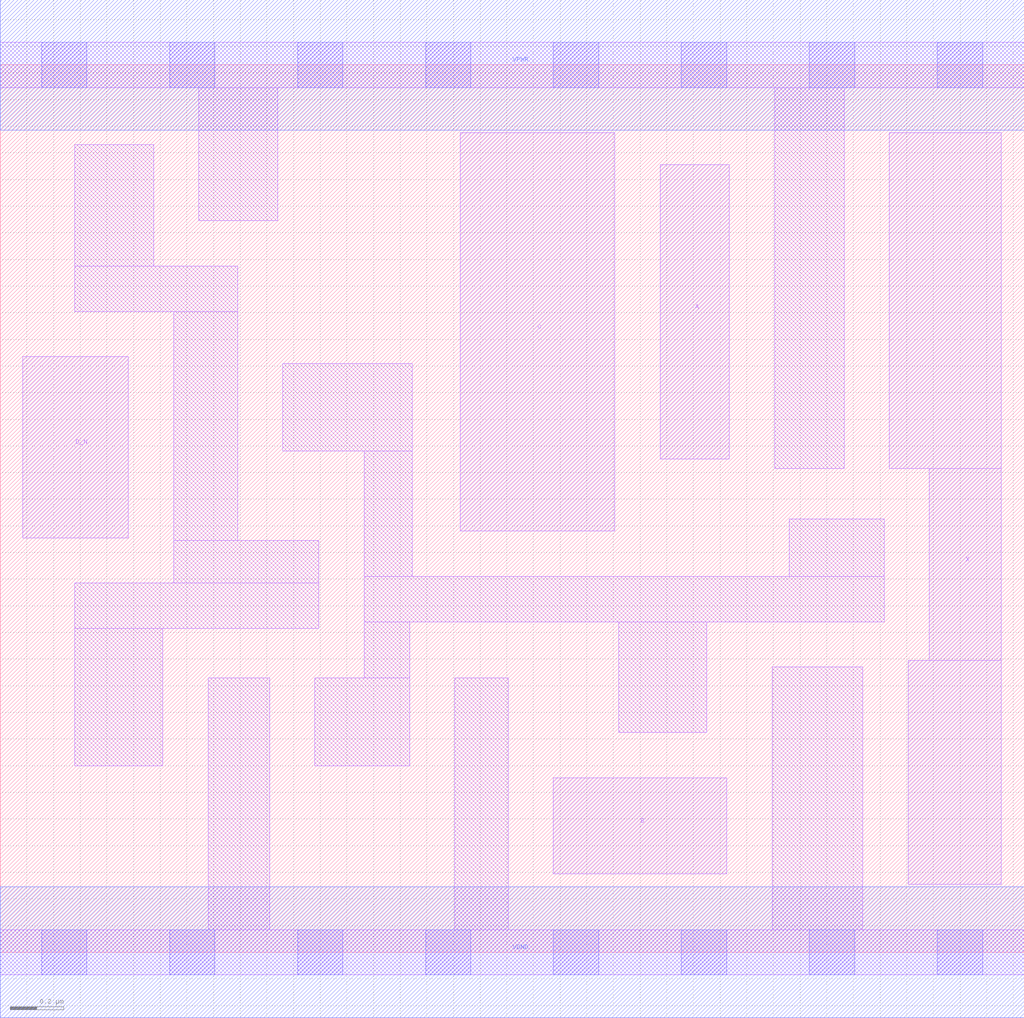
<source format=lef>
# Copyright 2020 The SkyWater PDK Authors
#
# Licensed under the Apache License, Version 2.0 (the "License");
# you may not use this file except in compliance with the License.
# You may obtain a copy of the License at
#
#     https://www.apache.org/licenses/LICENSE-2.0
#
# Unless required by applicable law or agreed to in writing, software
# distributed under the License is distributed on an "AS IS" BASIS,
# WITHOUT WARRANTIES OR CONDITIONS OF ANY KIND, either express or implied.
# See the License for the specific language governing permissions and
# limitations under the License.
#
# SPDX-License-Identifier: Apache-2.0

VERSION 5.7 ;
  NAMESCASESENSITIVE ON ;
  NOWIREEXTENSIONATPIN ON ;
  DIVIDERCHAR "/" ;
  BUSBITCHARS "[]" ;
UNITS
  DATABASE MICRONS 200 ;
END UNITS
MACRO sky130_fd_sc_lp__or4b_1
  CLASS CORE ;
  SOURCE USER ;
  FOREIGN sky130_fd_sc_lp__or4b_1 ;
  ORIGIN  0.000000  0.000000 ;
  SIZE  3.840000 BY  3.330000 ;
  SYMMETRY X Y R90 ;
  SITE unit ;
  PIN A
    ANTENNAGATEAREA  0.126000 ;
    DIRECTION INPUT ;
    USE SIGNAL ;
    PORT
      LAYER li1 ;
        RECT 2.475000 1.850000 2.735000 2.955000 ;
    END
  END A
  PIN B
    ANTENNAGATEAREA  0.126000 ;
    DIRECTION INPUT ;
    USE SIGNAL ;
    PORT
      LAYER li1 ;
        RECT 2.075000 0.295000 2.725000 0.655000 ;
    END
  END B
  PIN C
    ANTENNAGATEAREA  0.126000 ;
    DIRECTION INPUT ;
    USE SIGNAL ;
    PORT
      LAYER li1 ;
        RECT 1.725000 1.580000 2.305000 3.075000 ;
    END
  END C
  PIN D_N
    ANTENNAGATEAREA  0.126000 ;
    DIRECTION INPUT ;
    USE SIGNAL ;
    PORT
      LAYER li1 ;
        RECT 0.085000 1.555000 0.480000 2.235000 ;
    END
  END D_N
  PIN X
    ANTENNADIFFAREA  0.556500 ;
    DIRECTION OUTPUT ;
    USE SIGNAL ;
    PORT
      LAYER li1 ;
        RECT 3.335000 1.815000 3.755000 3.075000 ;
        RECT 3.405000 0.255000 3.755000 1.095000 ;
        RECT 3.485000 1.095000 3.755000 1.815000 ;
    END
  END X
  PIN VGND
    DIRECTION INOUT ;
    USE GROUND ;
    PORT
      LAYER met1 ;
        RECT 0.000000 -0.245000 3.840000 0.245000 ;
    END
  END VGND
  PIN VPWR
    DIRECTION INOUT ;
    USE POWER ;
    PORT
      LAYER met1 ;
        RECT 0.000000 3.085000 3.840000 3.575000 ;
    END
  END VPWR
  OBS
    LAYER li1 ;
      RECT 0.000000 -0.085000 3.840000 0.085000 ;
      RECT 0.000000  3.245000 3.840000 3.415000 ;
      RECT 0.280000  0.700000 0.610000 1.215000 ;
      RECT 0.280000  1.215000 1.195000 1.385000 ;
      RECT 0.280000  2.405000 0.890000 2.575000 ;
      RECT 0.280000  2.575000 0.575000 3.030000 ;
      RECT 0.650000  1.385000 1.195000 1.545000 ;
      RECT 0.650000  1.545000 0.890000 2.405000 ;
      RECT 0.745000  2.745000 1.040000 3.245000 ;
      RECT 0.780000  0.085000 1.010000 1.030000 ;
      RECT 1.060000  1.880000 1.545000 2.210000 ;
      RECT 1.180000  0.700000 1.535000 1.030000 ;
      RECT 1.365000  1.030000 1.535000 1.240000 ;
      RECT 1.365000  1.240000 3.315000 1.410000 ;
      RECT 1.365000  1.410000 1.545000 1.880000 ;
      RECT 1.705000  0.085000 1.905000 1.030000 ;
      RECT 2.320000  0.825000 2.650000 1.240000 ;
      RECT 2.895000  0.085000 3.235000 1.070000 ;
      RECT 2.905000  1.815000 3.165000 3.245000 ;
      RECT 2.960000  1.410000 3.315000 1.625000 ;
    LAYER mcon ;
      RECT 0.155000 -0.085000 0.325000 0.085000 ;
      RECT 0.155000  3.245000 0.325000 3.415000 ;
      RECT 0.635000 -0.085000 0.805000 0.085000 ;
      RECT 0.635000  3.245000 0.805000 3.415000 ;
      RECT 1.115000 -0.085000 1.285000 0.085000 ;
      RECT 1.115000  3.245000 1.285000 3.415000 ;
      RECT 1.595000 -0.085000 1.765000 0.085000 ;
      RECT 1.595000  3.245000 1.765000 3.415000 ;
      RECT 2.075000 -0.085000 2.245000 0.085000 ;
      RECT 2.075000  3.245000 2.245000 3.415000 ;
      RECT 2.555000 -0.085000 2.725000 0.085000 ;
      RECT 2.555000  3.245000 2.725000 3.415000 ;
      RECT 3.035000 -0.085000 3.205000 0.085000 ;
      RECT 3.035000  3.245000 3.205000 3.415000 ;
      RECT 3.515000 -0.085000 3.685000 0.085000 ;
      RECT 3.515000  3.245000 3.685000 3.415000 ;
  END
END sky130_fd_sc_lp__or4b_1
END LIBRARY

</source>
